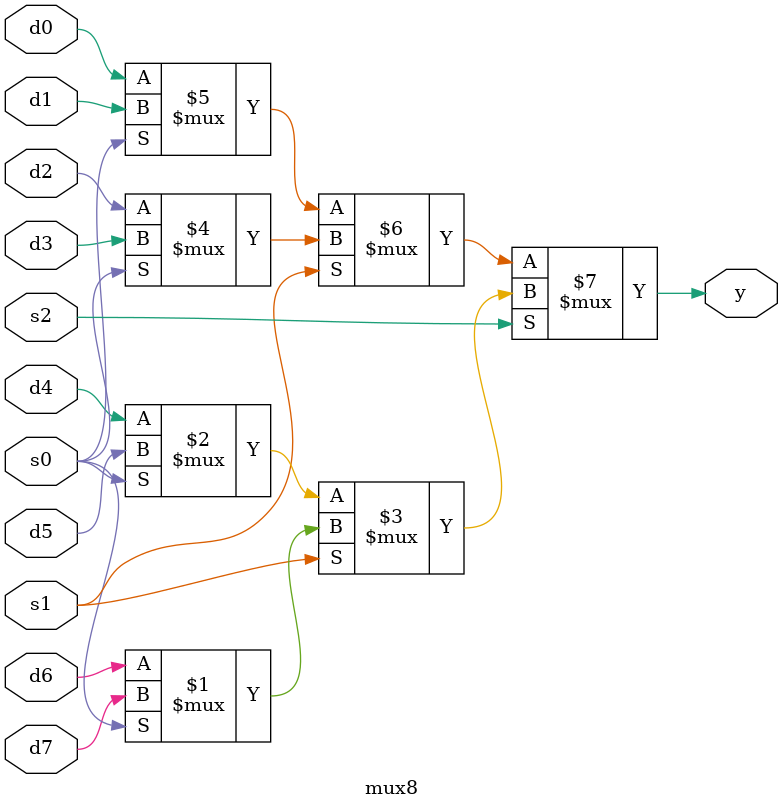
<source format=sv>

module mux8(input logic d0,d1,d2,d3,d4,d5,d6,d7,
input logic s2,s1,s0,
output logic y);

//Using Ternary operator
assign y=(s2?((s1?(s0?d7:d6):(s0?d5:d4))):((s1?(s0?d3:d2):(s0?d1:d0))));
endmodule

</source>
